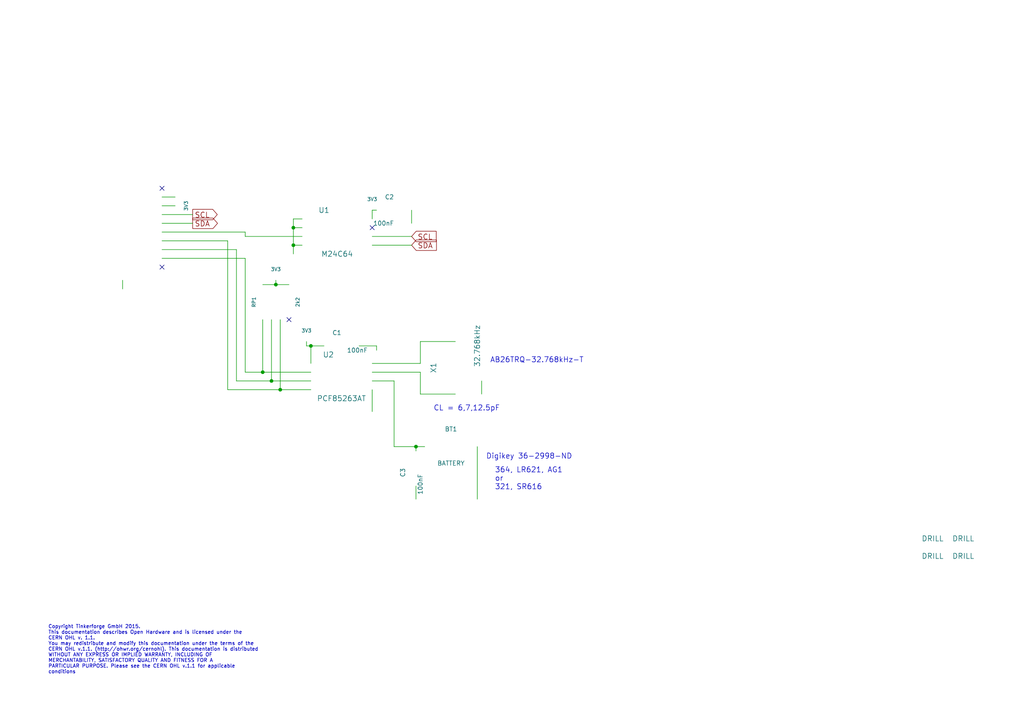
<source format=kicad_sch>
(kicad_sch (version 20230121) (generator eeschema)
  (paper "A4")
  (title_block (title "Real Time Clock Bricklet") (date "Di 17 Nov 2015") (rev "1.0") (company "Tinkerforge GmbH") (comment 1 "Licensed under CERN OHL v.1.1") (comment 2 "Copyright (©) 2015, B.Nordmeyer <bastian@tinkerforge.com>"))
  (lib_symbols)
  (junction (at 90.17 100.33))
  (junction (at 85.09 71.12))
  (junction (at 78.74 110.49))
  (junction (at 80.01 82.55))
  (junction (at 85.09 66.04))
  (junction (at 76.2 107.95))
  (junction (at 81.28 113.03))
  (junction (at 120.65 129.54))
  (no_connect (at 46.99 77.47))
  (no_connect (at 46.99 54.61))
  (no_connect (at 83.82 92.71))
  (no_connect (at 107.95 66.04))
  (wire (pts (xy 85.09 63.5) (xy 87.63 63.5)))
  (wire (pts (xy 119.38 64.77) (xy 119.38 60.96)))
  (wire (pts (xy 85.09 71.12) (xy 85.09 66.04)))
  (wire (pts (xy 107.95 60.96) (xy 109.22 60.96)))
  (wire (pts (xy 71.12 68.58) (xy 71.12 67.31)))
  (wire (pts (xy 107.95 71.12) (xy 119.38 71.12)))
  (wire (pts (xy 66.04 113.03) (xy 81.28 113.03)))
  (wire (pts (xy 71.12 107.95) (xy 71.12 74.93)))
  (wire (pts (xy 114.3 110.49) (xy 107.95 110.49)))
  (wire (pts (xy 68.58 110.49) (xy 68.58 72.39)))
  (wire (pts (xy 46.99 64.77) (xy 55.88 64.77)))
  (wire (pts (xy 104.14 100.33) (xy 109.22 100.33)))
  (wire (pts (xy 46.99 62.23) (xy 55.88 62.23)))
  (wire (pts (xy 78.74 110.49) (xy 90.17 110.49)))
  (wire (pts (xy 90.17 105.41) (xy 90.17 100.33)))
  (wire (pts (xy 138.43 144.78) (xy 138.43 129.54)))
  (wire (pts (xy 120.65 144.78) (xy 120.65 140.97)))
  (wire (pts (xy 121.92 105.41) (xy 121.92 99.06)))
  (wire (pts (xy 123.19 129.54) (xy 120.65 129.54)))
  (wire (pts (xy 139.7 114.3) (xy 139.7 110.49)))
  (wire (pts (xy 121.92 114.3) (xy 121.92 107.95)))
  (wire (pts (xy 121.92 107.95) (xy 107.95 107.95)))
  (wire (pts (xy 81.28 92.71) (xy 81.28 113.03)))
  (wire (pts (xy 87.63 68.58) (xy 71.12 68.58)))
  (wire (pts (xy 120.65 130.81) (xy 120.65 129.54)))
  (wire (pts (xy 132.08 114.3) (xy 121.92 114.3)))
  (wire (pts (xy 90.17 100.33) (xy 88.9 100.33)))
  (wire (pts (xy 66.04 69.85) (xy 66.04 113.03)))
  (wire (pts (xy 93.98 100.33) (xy 90.17 100.33)))
  (wire (pts (xy 71.12 74.93) (xy 46.99 74.93)))
  (wire (pts (xy 114.3 129.54) (xy 114.3 110.49)))
  (wire (pts (xy 81.28 113.03) (xy 90.17 113.03)))
  (wire (pts (xy 120.65 129.54) (xy 114.3 129.54)))
  (wire (pts (xy 107.95 63.5) (xy 107.95 60.96)))
  (wire (pts (xy 87.63 71.12) (xy 85.09 71.12)))
  (wire (pts (xy 68.58 110.49) (xy 78.74 110.49)))
  (wire (pts (xy 85.09 66.04) (xy 85.09 63.5)))
  (wire (pts (xy 78.74 92.71) (xy 78.74 110.49)))
  (wire (pts (xy 107.95 119.38) (xy 107.95 113.03)))
  (wire (pts (xy 46.99 67.31) (xy 71.12 67.31)))
  (wire (pts (xy 107.95 68.58) (xy 119.38 68.58)))
  (wire (pts (xy 121.92 99.06) (xy 132.08 99.06)))
  (wire (pts (xy 76.2 82.55) (xy 80.01 82.55)))
  (wire (pts (xy 46.99 59.69) (xy 50.8 59.69)))
  (wire (pts (xy 68.58 72.39) (xy 46.99 72.39)))
  (wire (pts (xy 76.2 92.71) (xy 76.2 107.95)))
  (wire (pts (xy 50.8 57.15) (xy 46.99 57.15)))
  (wire (pts (xy 76.2 107.95) (xy 90.17 107.95)))
  (wire (pts (xy 107.95 105.41) (xy 121.92 105.41)))
  (wire (pts (xy 85.09 66.04) (xy 87.63 66.04)))
  (wire (pts (xy 80.01 82.55) (xy 83.82 82.55)))
  (wire (pts (xy 71.12 107.95) (xy 76.2 107.95)))
  (wire (pts (xy 109.22 100.33) (xy 109.22 101.6)))
  (wire (pts (xy 46.99 69.85) (xy 66.04 69.85)))
  (wire (pts (xy 80.01 81.28) (xy 80.01 82.55)))
  (wire (pts (xy 88.9 100.33) (xy 88.9 99.06)))
  (wire (pts (xy 85.09 73.66) (xy 85.09 71.12)))
  (wire (pts (xy 35.56 83.82) (xy 35.56 81.28)))
  (text "Digikey 36-2998-ND" (at 140.97 133.35 0) (effects (font (size 1.524 1.524)) (justify left bottom)))
  (text " AB26TRQ-32.768kHz-T " (at 140.97 105.41 0) (effects (font (size 1.524 1.524)) (justify left bottom)))
  (text "364, LR621, AG1\nor\n321, SR616" (at 143.51 142.24 0) (effects (font (size 1.524 1.524)) (justify left bottom)))
  (text "CL = 6,7,12.5pF" (at 125.73 119.38 0) (effects (font (size 1.524 1.524)) (justify left bottom)))
  (text "Copyright Tinkerforge GmbH 2015.\nThis documentation describes Open Hardware and is licensed under the\nCERN OHL v. 1.1.\nYou may redistribute and modify this documentation under the terms of the\nCERN OHL v.1.1. (http://ohwr.org/cernohl). This documentation is distributed\nWITHOUT ANY EXPRESS OR IMPLIED WARRANTY, INCLUDING OF\nMERCHANTABILITY, SATISFACTORY QUALITY AND FITNESS FOR A\nPARTICULAR PURPOSE. Please see the CERN OHL v.1.1 for applicable\nconditions\n" (at 13.97 195.58 0) (effects (font (size 1.016 1.016)) (justify left bottom)))
  (global_label "SCL" (shape output) (at 55.88 62.23 0) (effects (font (size 1.524 1.524))) (property "Intersheetrefs" "${INTERSHEET_REFS}" (effects hide)))
  (global_label "SDA" (shape output) (at 55.88 64.77 0) (effects (font (size 1.524 1.524))) (property "Intersheetrefs" "${INTERSHEET_REFS}" (effects hide)))
  (global_label "SDA" (shape input) (at 119.38 71.12 0) (effects (font (size 1.524 1.524))) (property "Intersheetrefs" "${INTERSHEET_REFS}" (effects hide)))
  (global_label "SCL" (shape input) (at 119.38 68.58 0) (effects (font (size 1.524 1.524))) (property "Intersheetrefs" "${INTERSHEET_REFS}" (effects hide)))
  (symbol (lib_id "CON-SENSOR") (at 35.56 66.04 0) (mirror y) (unit 1)
    (property "Reference" "P1" (at 41.91 52.07 0) (effects (font (size 1.524 1.524))))
    (property "Value" "CON-SENSOR" (at 31.75 66.04 90) (effects (font (size 1.524 1.524))))
    (property "Footprint" "kicad-libraries:CON-SENSOR" (effects hide))
  )
  (symbol (lib_id "GND") (at 35.56 83.82 0) (unit 1)
    (property "Reference" "#PWR04" (effects hide))
    (property "Value" "GND" (effects hide))
  )
  (symbol (lib_id "GND") (at 50.8 57.15 90) (unit 1)
    (property "Reference" "#PWR03" (effects hide))
    (property "Value" "GND" (effects hide))
  )
  (symbol (lib_id "CAT24C") (at 97.79 73.66 0) (unit 1)
    (property "Reference" "U1" (at 93.98 60.96 0) (effects (font (size 1.524 1.524))))
    (property "Value" "M24C64" (at 97.79 73.66 0) (effects (font (size 1.524 1.524))))
    (property "Footprint" "kicad-libraries:SOIC8" (effects hide))
  )
  (symbol (lib_id "GND") (at 85.09 73.66 0) (unit 1)
    (property "Reference" "#PWR02" (effects hide))
    (property "Value" "GND" (effects hide))
  )
  (symbol (lib_id "C") (at 114.3 60.96 90) (unit 1)
    (property "Reference" "C2" (at 114.3 57.15 90) (effects (justify left)))
    (property "Value" "100nF" (at 114.3 64.77 90) (effects (justify left)))
    (property "Footprint" "kicad-libraries:C0603E" (effects hide))
  )
  (symbol (lib_id "DRILL") (at 279.4 156.21 0) (unit 1)
    (property "Reference" "U5" (effects hide))
    (property "Value" "DRILL" (at 279.4 156.21 0) (effects (font (size 1.524 1.524))))
    (property "Footprint" "kicad-libraries:DRILL_NP" (effects hide))
  )
  (symbol (lib_id "DRILL") (at 279.4 161.29 0) (unit 1)
    (property "Reference" "U6" (effects hide))
    (property "Value" "DRILL" (at 279.4 161.29 0) (effects (font (size 1.524 1.524))))
    (property "Footprint" "kicad-libraries:DRILL_NP" (effects hide))
  )
  (symbol (lib_id "DRILL") (at 270.51 161.29 0) (unit 1)
    (property "Reference" "U4" (effects hide))
    (property "Value" "DRILL" (at 270.51 161.29 0) (effects (font (size 1.524 1.524))))
    (property "Footprint" "kicad-libraries:DRILL_NP" (effects hide))
  )
  (symbol (lib_id "DRILL") (at 270.51 156.21 0) (unit 1)
    (property "Reference" "U3" (effects hide))
    (property "Value" "DRILL" (at 270.51 156.21 0) (effects (font (size 1.524 1.524))))
    (property "Footprint" "kicad-libraries:DRILL_NP" (effects hide))
  )
  (symbol (lib_id "GND") (at 119.38 64.77 0) (unit 1)
    (property "Reference" "#PWR01" (effects hide))
    (property "Value" "GND" (effects hide))
  )
  (symbol (lib_id "3V3") (at 107.95 60.96 0) (unit 1)
    (property "Reference" "#PWR05" (effects hide))
    (property "Value" "3V3" (at 107.95 57.785 0) (effects (font (size 1.016 1.016))))
  )
  (symbol (lib_id "PCF85263AT") (at 99.06 109.22 0) (mirror y) (unit 1)
    (property "Reference" "U2" (at 95.25 102.87 0) (effects (font (size 1.524 1.524))))
    (property "Value" "PCF85263AT" (at 99.06 115.57 0) (effects (font (size 1.524 1.524))))
    (property "Footprint" "kicad-libraries:SO-8" (effects hide))
  )
  (symbol (lib_id "C") (at 99.06 100.33 90) (unit 1)
    (property "Reference" "C1" (at 99.06 96.52 90) (effects (justify left)))
    (property "Value" "100nF" (at 106.68 101.6 90) (effects (justify left)))
    (property "Footprint" "kicad-libraries:C0603E" (effects hide))
  )
  (symbol (lib_id "3V3") (at 88.9 99.06 0) (unit 1)
    (property "Reference" "#PWR06" (effects hide))
    (property "Value" "3V3" (at 88.9 95.885 0) (effects (font (size 1.016 1.016))))
  )
  (symbol (lib_id "GND") (at 109.22 101.6 0) (unit 1)
    (property "Reference" "#PWR07" (effects hide))
    (property "Value" "GND" (effects hide))
  )
  (symbol (lib_id "GND") (at 107.95 119.38 0) (unit 1)
    (property "Reference" "#PWR08" (effects hide))
    (property "Value" "GND" (effects hide))
  )
  (symbol (lib_id "R_PACK4") (at 85.09 87.63 90) (unit 1)
    (property "Reference" "RP1" (at 73.66 87.63 0) (effects (font (size 1.016 1.016))))
    (property "Value" "2k2" (at 86.36 87.63 0) (effects (font (size 1.016 1.016))))
    (property "Footprint" "kicad-libraries:4X0603" (effects hide))
  )
  (symbol (lib_id "3V3") (at 80.01 81.28 0) (unit 1)
    (property "Reference" "#PWR09" (effects hide))
    (property "Value" "3V3" (at 80.01 78.105 0) (effects (font (size 1.016 1.016))))
  )
  (symbol (lib_id "3V3") (at 50.8 59.69 270) (unit 1)
    (property "Reference" "#PWR010" (effects hide))
    (property "Value" "3V3" (at 53.975 59.69 0) (effects (font (size 1.016 1.016))))
  )
  (symbol (lib_id "BATTERY") (at 130.81 129.54 0) (unit 1)
    (property "Reference" "BT1" (at 130.81 124.46 0))
    (property "Value" "BATTERY" (at 130.81 134.366 0))
    (property "Footprint" "kicad-libraries:BATTERY_HOLDER_2998" (effects hide))
  )
  (symbol (lib_id "C") (at 120.65 135.89 0) (unit 1)
    (property "Reference" "C3" (at 116.84 138.43 90) (effects (justify left)))
    (property "Value" "100nF" (at 121.92 143.51 90) (effects (justify left)))
    (property "Footprint" "kicad-libraries:C0603E" (effects hide))
  )
  (symbol (lib_id "GND") (at 120.65 144.78 0) (unit 1)
    (property "Reference" "#PWR011" (effects hide))
    (property "Value" "GND" (effects hide))
  )
  (symbol (lib_id "GND") (at 138.43 144.78 0) (unit 1)
    (property "Reference" "#PWR012" (effects hide))
    (property "Value" "GND" (effects hide))
  )
  (symbol (lib_id "CRYSTAL_3225") (at 132.08 106.68 90) (unit 1)
    (property "Reference" "X1" (at 125.73 106.68 0) (effects (font (size 1.524 1.524))))
    (property "Value" "32.768kHz" (at 138.43 100.33 0) (effects (font (size 1.524 1.524))))
    (property "Footprint" "kicad-libraries:AB26TRQ" (effects hide))
  )
  (symbol (lib_id "GND") (at 139.7 114.3 0) (unit 1)
    (property "Reference" "#PWR013" (effects hide))
    (property "Value" "GND" (effects hide))
  )
)
</source>
